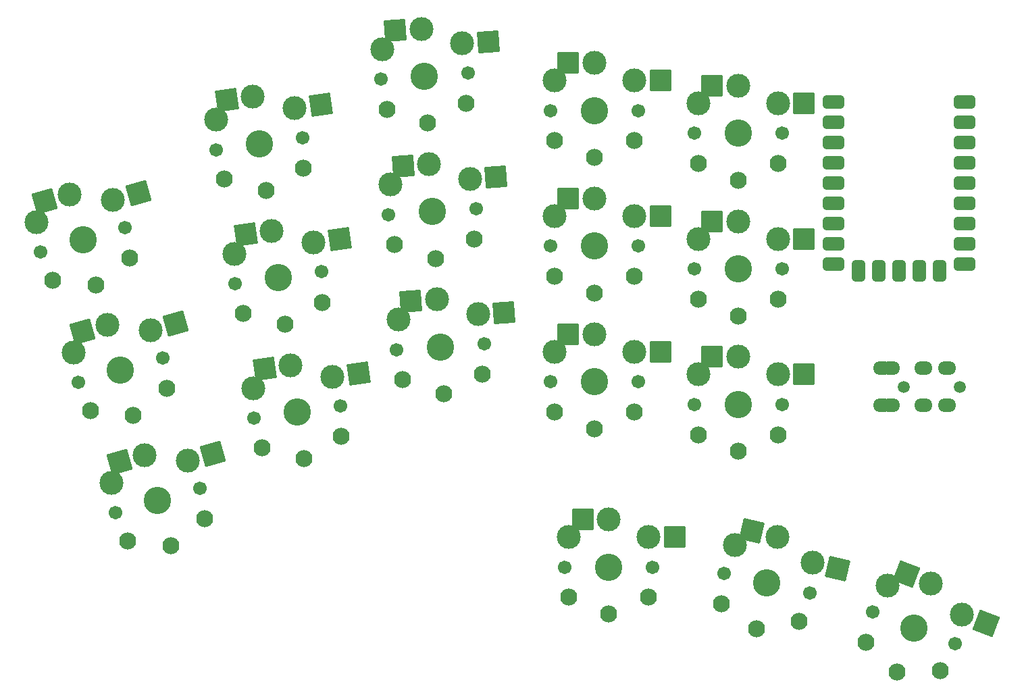
<source format=gbr>
%TF.GenerationSoftware,KiCad,Pcbnew,7.0.2-0*%
%TF.CreationDate,2023-05-15T17:52:11-04:00*%
%TF.ProjectId,mini,6d696e69-2e6b-4696-9361-645f70636258,v1.0.0*%
%TF.SameCoordinates,Original*%
%TF.FileFunction,Soldermask,Bot*%
%TF.FilePolarity,Negative*%
%FSLAX46Y46*%
G04 Gerber Fmt 4.6, Leading zero omitted, Abs format (unit mm)*
G04 Created by KiCad (PCBNEW 7.0.2-0) date 2023-05-15 17:52:11*
%MOMM*%
%LPD*%
G01*
G04 APERTURE LIST*
G04 Aperture macros list*
%AMRoundRect*
0 Rectangle with rounded corners*
0 $1 Rounding radius*
0 $2 $3 $4 $5 $6 $7 $8 $9 X,Y pos of 4 corners*
0 Add a 4 corners polygon primitive as box body*
4,1,4,$2,$3,$4,$5,$6,$7,$8,$9,$2,$3,0*
0 Add four circle primitives for the rounded corners*
1,1,$1+$1,$2,$3*
1,1,$1+$1,$4,$5*
1,1,$1+$1,$6,$7*
1,1,$1+$1,$8,$9*
0 Add four rect primitives between the rounded corners*
20,1,$1+$1,$2,$3,$4,$5,0*
20,1,$1+$1,$4,$5,$6,$7,0*
20,1,$1+$1,$6,$7,$8,$9,0*
20,1,$1+$1,$8,$9,$2,$3,0*%
G04 Aperture macros list end*
%ADD10RoundRect,0.450000X-0.900000X-0.400000X0.900000X-0.400000X0.900000X0.400000X-0.900000X0.400000X0*%
%ADD11RoundRect,0.450050X-0.899950X-0.400050X0.899950X-0.400050X0.899950X0.400050X-0.899950X0.400050X0*%
%ADD12RoundRect,0.450000X-0.400000X-0.900000X0.400000X-0.900000X0.400000X0.900000X-0.400000X0.900000X0*%
%ADD13RoundRect,0.443700X-0.393700X-0.906300X0.393700X-0.906300X0.393700X0.906300X-0.393700X0.906300X0*%
%ADD14C,1.701800*%
%ADD15C,3.429000*%
%ADD16C,2.132000*%
%ADD17C,3.000000*%
%ADD18RoundRect,0.050000X-1.300000X-1.300000X1.300000X-1.300000X1.300000X1.300000X-1.300000X1.300000X0*%
%ADD19RoundRect,0.050000X-0.891312X-1.607969X1.607969X-0.891312X0.891312X1.607969X-1.607969X0.891312X0*%
%ADD20RoundRect,0.050000X-1.679533X-0.747776X0.747776X-1.679533X1.679533X0.747776X-0.747776X1.679533X0*%
%ADD21RoundRect,0.050000X-1.106423X-1.468274X1.468274X-1.106423X1.106423X1.468274X-1.468274X1.106423X0*%
%ADD22RoundRect,0.050000X-1.559117X-0.974245X0.974245X-1.559117X1.559117X0.974245X-0.974245X1.559117X0*%
%ADD23RoundRect,0.050000X-1.206150X-1.387517X1.387517X-1.206150X1.206150X1.387517X-1.387517X1.206150X0*%
%ADD24C,1.500000*%
%ADD25O,2.300000X1.700000*%
G04 APERTURE END LIST*
D10*
%TO.C,RP2040Zero1*%
X201126574Y-50073756D03*
X201126574Y-50073756D03*
X201126574Y-52613756D03*
X201126574Y-52613756D03*
X201126574Y-55153756D03*
X201126574Y-55153756D03*
X201126574Y-57693756D03*
X201126574Y-57693756D03*
X201126574Y-60233756D03*
X201126574Y-60233756D03*
D11*
X201126574Y-62773756D03*
X201126574Y-62773756D03*
X201126574Y-65313756D03*
X201126574Y-65313756D03*
X201126574Y-67853756D03*
X201126574Y-67853756D03*
X201126574Y-70393756D03*
X201126574Y-70393756D03*
D12*
X197986574Y-71203756D03*
X197986574Y-71203756D03*
D13*
X195446574Y-71203756D03*
X195446574Y-71203756D03*
X192906574Y-71203756D03*
X192906574Y-71203756D03*
X190366574Y-71203756D03*
X190366574Y-71203756D03*
X187826574Y-71203756D03*
X187826574Y-71203756D03*
D11*
X184686574Y-70393756D03*
X184686574Y-70393756D03*
X184686574Y-67853756D03*
X184686574Y-67853756D03*
X184686574Y-65313756D03*
X184686574Y-65313756D03*
X184686574Y-62773756D03*
X184686574Y-62773756D03*
X184686574Y-50073756D03*
X184686574Y-50073756D03*
X184686574Y-52613756D03*
X184686574Y-52613756D03*
X184686574Y-55153756D03*
X184686574Y-55153756D03*
X184686574Y-60233756D03*
X184686574Y-60233756D03*
X184686574Y-57693756D03*
X184686574Y-57693756D03*
%TD*%
D14*
%TO.C,S30*%
X160246574Y-51100423D03*
D15*
X154746574Y-51100423D03*
D14*
X149246574Y-51100423D03*
D16*
X159746574Y-54900423D03*
X149746574Y-54900423D03*
X154746574Y-57000423D03*
X154746574Y-57000423D03*
%TD*%
D14*
%TO.C,S13*%
X167246574Y-87933756D03*
D17*
X167746574Y-84183756D03*
X172746574Y-81983756D03*
X172746574Y-81983756D03*
D15*
X172746574Y-87933756D03*
D17*
X177746574Y-84183756D03*
D14*
X178246574Y-87933756D03*
D18*
X169471574Y-81983756D03*
X181021574Y-84183756D03*
%TD*%
D14*
%TO.C,S24*%
X118202736Y-54481101D03*
D15*
X112756262Y-55246553D03*
D14*
X107309788Y-56012005D03*
D16*
X118236460Y-58313706D03*
X108333779Y-59705437D03*
X113577383Y-61089135D03*
X113577383Y-61089135D03*
%TD*%
D14*
%TO.C,S28*%
X160246574Y-85100423D03*
D15*
X154746574Y-85100423D03*
D14*
X149246574Y-85100423D03*
D16*
X159746574Y-88900423D03*
X149746574Y-88900423D03*
X154746574Y-91000423D03*
X154746574Y-91000423D03*
%TD*%
D14*
%TO.C,S25*%
X140895389Y-80346976D03*
D15*
X135408787Y-80730637D03*
D14*
X129922185Y-81114298D03*
D16*
X140661682Y-84172598D03*
X130686041Y-84870163D03*
X135820350Y-86616265D03*
X135820350Y-86616265D03*
%TD*%
D14*
%TO.C,S1*%
X94713061Y-101516005D03*
D17*
X94160051Y-97773455D03*
X98359958Y-94280493D03*
X98359958Y-94280493D03*
D15*
X100000000Y-100000000D03*
D17*
X103772668Y-95017082D03*
D14*
X105286939Y-98483995D03*
D19*
X95211826Y-95183205D03*
X106920800Y-94114370D03*
%TD*%
D14*
%TO.C,S33*%
X178246574Y-53933756D03*
D15*
X172746574Y-53933756D03*
D14*
X167246574Y-53933756D03*
D16*
X177746574Y-57733756D03*
X167746574Y-57733756D03*
X172746574Y-59833756D03*
X172746574Y-59833756D03*
%TD*%
D14*
%TO.C,S26*%
X139909042Y-63374435D03*
D15*
X134422440Y-63758096D03*
D14*
X128935838Y-64141757D03*
D16*
X139675335Y-67200057D03*
X129699694Y-67897622D03*
X134834003Y-69643724D03*
X134834003Y-69643724D03*
%TD*%
D14*
%TO.C,S18*%
X189650897Y-114000105D03*
D17*
X191461567Y-110678363D03*
X196917878Y-110416325D03*
X196917878Y-110416325D03*
D15*
X194785589Y-115971129D03*
D17*
X200797371Y-114262042D03*
D14*
X199920281Y-117942153D03*
D20*
X193860402Y-109242670D03*
X203854847Y-115435697D03*
%TD*%
D14*
%TO.C,S5*%
X109675731Y-72846563D03*
D17*
X109648966Y-69063471D03*
X114294125Y-66189016D03*
X114294125Y-66189016D03*
D15*
X115122205Y-72081111D03*
D17*
X119551646Y-67671740D03*
D14*
X120568679Y-71315659D03*
D21*
X111050997Y-66644808D03*
X122794774Y-67215948D03*
%TD*%
D14*
%TO.C,S17*%
X170987539Y-109096525D03*
D17*
X172318290Y-105555113D03*
X177685033Y-104536254D03*
X177685033Y-104536254D03*
D15*
X176346574Y-110333756D03*
D17*
X182061991Y-107804624D03*
D14*
X181705609Y-111570987D03*
D22*
X174493971Y-103799539D03*
X185253053Y-108541338D03*
%TD*%
D14*
%TO.C,S32*%
X178246574Y-70933756D03*
D15*
X172746574Y-70933756D03*
D14*
X167246574Y-70933756D03*
D16*
X177746574Y-74733756D03*
X167746574Y-74733756D03*
X172746574Y-76833756D03*
X172746574Y-76833756D03*
%TD*%
D14*
%TO.C,S23*%
X120568679Y-71315659D03*
D15*
X115122205Y-72081111D03*
D14*
X109675731Y-72846563D03*
D16*
X120602403Y-75148264D03*
X110699722Y-76539995D03*
X115943326Y-77923693D03*
X115943326Y-77923693D03*
%TD*%
D14*
%TO.C,S35*%
X181705609Y-111570987D03*
D15*
X176346574Y-110333756D03*
D14*
X170987539Y-109096525D03*
D16*
X180363610Y-115161118D03*
X170619910Y-112911607D03*
X175019363Y-116082539D03*
X175019363Y-116082539D03*
%TD*%
D14*
%TO.C,S21*%
X95915269Y-65801097D03*
D15*
X90628330Y-67317102D03*
D14*
X85341391Y-68833107D03*
D16*
X96482060Y-69591710D03*
X86869443Y-72348083D03*
X92254590Y-72988546D03*
X92254590Y-72988546D03*
%TD*%
D14*
%TO.C,S22*%
X122934622Y-88150216D03*
D15*
X117488148Y-88915668D03*
D14*
X112041674Y-89681120D03*
D16*
X122968346Y-91982821D03*
X113065665Y-93374552D03*
X118309269Y-94758250D03*
X118309269Y-94758250D03*
%TD*%
D14*
%TO.C,S34*%
X162046574Y-108333756D03*
D15*
X156546574Y-108333756D03*
D14*
X151046574Y-108333756D03*
D16*
X161546574Y-112133756D03*
X151546574Y-112133756D03*
X156546574Y-114233756D03*
X156546574Y-114233756D03*
%TD*%
D14*
%TO.C,S36*%
X199920281Y-117942153D03*
D15*
X194785589Y-115971129D03*
D14*
X189650897Y-114000105D03*
D16*
X198091693Y-121310574D03*
X188755889Y-117726895D03*
X192671218Y-121479254D03*
X192671218Y-121479254D03*
%TD*%
D14*
%TO.C,S12*%
X149246574Y-51100423D03*
D17*
X149746574Y-47350423D03*
X154746574Y-45150423D03*
X154746574Y-45150423D03*
D15*
X154746574Y-51100423D03*
D17*
X159746574Y-47350423D03*
D14*
X160246574Y-51100423D03*
D18*
X151471574Y-45150423D03*
X163021574Y-47350423D03*
%TD*%
D14*
%TO.C,S3*%
X85341391Y-68833107D03*
D17*
X84788381Y-65090557D03*
X88988288Y-61597595D03*
X88988288Y-61597595D03*
D15*
X90628330Y-67317102D03*
D17*
X94400998Y-62334184D03*
D14*
X95915269Y-65801097D03*
D19*
X85840156Y-62500307D03*
X97549130Y-61431472D03*
%TD*%
D14*
%TO.C,S8*%
X128935838Y-64141757D03*
D17*
X129173033Y-60366013D03*
X134007389Y-57822590D03*
X134007389Y-57822590D03*
D15*
X134422440Y-63758096D03*
D17*
X139148673Y-59668448D03*
D14*
X139909042Y-63374435D03*
D23*
X130740367Y-58051042D03*
X142415696Y-59439996D03*
%TD*%
D14*
%TO.C,S20*%
X100601104Y-82142546D03*
D15*
X95314165Y-83658551D03*
D14*
X90027226Y-85174556D03*
D16*
X101167895Y-85933159D03*
X91555278Y-88689532D03*
X96940425Y-89329995D03*
X96940425Y-89329995D03*
%TD*%
D14*
%TO.C,S9*%
X127949490Y-47169217D03*
D17*
X128186685Y-43393473D03*
X133021041Y-40850050D03*
X133021041Y-40850050D03*
D15*
X133436092Y-46785556D03*
D17*
X138162325Y-42695908D03*
D14*
X138922694Y-46401895D03*
D23*
X129754019Y-41078502D03*
X141429348Y-42467456D03*
%TD*%
D14*
%TO.C,S16*%
X151046574Y-108333756D03*
D17*
X151546574Y-104583756D03*
X156546574Y-102383756D03*
X156546574Y-102383756D03*
D15*
X156546574Y-108333756D03*
D17*
X161546574Y-104583756D03*
D14*
X162046574Y-108333756D03*
D18*
X153271574Y-102383756D03*
X164821574Y-104583756D03*
%TD*%
D14*
%TO.C,S31*%
X178246574Y-87933756D03*
D15*
X172746574Y-87933756D03*
D14*
X167246574Y-87933756D03*
D16*
X177746574Y-91733756D03*
X167746574Y-91733756D03*
X172746574Y-93833756D03*
X172746574Y-93833756D03*
%TD*%
D14*
%TO.C,S4*%
X112041674Y-89681120D03*
D17*
X112014909Y-85898028D03*
X116660068Y-83023573D03*
X116660068Y-83023573D03*
D15*
X117488148Y-88915668D03*
D17*
X121917589Y-84506297D03*
D14*
X122934622Y-88150216D03*
D21*
X113416940Y-83479365D03*
X125160717Y-84050505D03*
%TD*%
D24*
%TO.C,TRRS1*%
X200546574Y-85733756D03*
X193546574Y-85733756D03*
D25*
X190846574Y-83433756D03*
X190846574Y-88033756D03*
X191946574Y-83433756D03*
X191946574Y-88033756D03*
X195946574Y-83433756D03*
X195946574Y-88033756D03*
X198946574Y-83433756D03*
X198946574Y-88033756D03*
%TD*%
D14*
%TO.C,S19*%
X105286939Y-98483995D03*
D15*
X100000000Y-100000000D03*
D14*
X94713061Y-101516005D03*
D16*
X105853730Y-102274608D03*
X96241113Y-105030981D03*
X101626260Y-105671444D03*
X101626260Y-105671444D03*
%TD*%
D14*
%TO.C,S14*%
X167246574Y-70933756D03*
D17*
X167746574Y-67183756D03*
X172746574Y-64983756D03*
X172746574Y-64983756D03*
D15*
X172746574Y-70933756D03*
D17*
X177746574Y-67183756D03*
D14*
X178246574Y-70933756D03*
D18*
X169471574Y-64983756D03*
X181021574Y-67183756D03*
%TD*%
D14*
%TO.C,S27*%
X138922694Y-46401895D03*
D15*
X133436092Y-46785556D03*
D14*
X127949490Y-47169217D03*
D16*
X138688987Y-50227517D03*
X128713346Y-50925082D03*
X133847655Y-52671184D03*
X133847655Y-52671184D03*
%TD*%
D14*
%TO.C,S7*%
X129922185Y-81114298D03*
D17*
X130159380Y-77338554D03*
X134993736Y-74795131D03*
X134993736Y-74795131D03*
D15*
X135408787Y-80730637D03*
D17*
X140135020Y-76640989D03*
D14*
X140895389Y-80346976D03*
D23*
X131726714Y-75023583D03*
X143402043Y-76412537D03*
%TD*%
D14*
%TO.C,S10*%
X149246574Y-85100423D03*
D17*
X149746574Y-81350423D03*
X154746574Y-79150423D03*
X154746574Y-79150423D03*
D15*
X154746574Y-85100423D03*
D17*
X159746574Y-81350423D03*
D14*
X160246574Y-85100423D03*
D18*
X151471574Y-79150423D03*
X163021574Y-81350423D03*
%TD*%
D14*
%TO.C,S29*%
X160246574Y-68100423D03*
D15*
X154746574Y-68100423D03*
D14*
X149246574Y-68100423D03*
D16*
X159746574Y-71900423D03*
X149746574Y-71900423D03*
X154746574Y-74000423D03*
X154746574Y-74000423D03*
%TD*%
D14*
%TO.C,S11*%
X149246574Y-68100423D03*
D17*
X149746574Y-64350423D03*
X154746574Y-62150423D03*
X154746574Y-62150423D03*
D15*
X154746574Y-68100423D03*
D17*
X159746574Y-64350423D03*
D14*
X160246574Y-68100423D03*
D18*
X151471574Y-62150423D03*
X163021574Y-64350423D03*
%TD*%
D14*
%TO.C,S6*%
X107309788Y-56012005D03*
D17*
X107283023Y-52228913D03*
X111928182Y-49354458D03*
X111928182Y-49354458D03*
D15*
X112756262Y-55246553D03*
D17*
X117185703Y-50837182D03*
D14*
X118202736Y-54481101D03*
D21*
X108685054Y-49810250D03*
X120428831Y-50381390D03*
%TD*%
D14*
%TO.C,S2*%
X90027226Y-85174556D03*
D17*
X89474216Y-81432006D03*
X93674123Y-77939044D03*
X93674123Y-77939044D03*
D15*
X95314165Y-83658551D03*
D17*
X99086833Y-78675633D03*
D14*
X100601104Y-82142546D03*
D19*
X90525991Y-78841756D03*
X102234965Y-77772921D03*
%TD*%
D14*
%TO.C,S15*%
X167246574Y-53933756D03*
D17*
X167746574Y-50183756D03*
X172746574Y-47983756D03*
X172746574Y-47983756D03*
D15*
X172746574Y-53933756D03*
D17*
X177746574Y-50183756D03*
D14*
X178246574Y-53933756D03*
D18*
X169471574Y-47983756D03*
X181021574Y-50183756D03*
%TD*%
M02*

</source>
